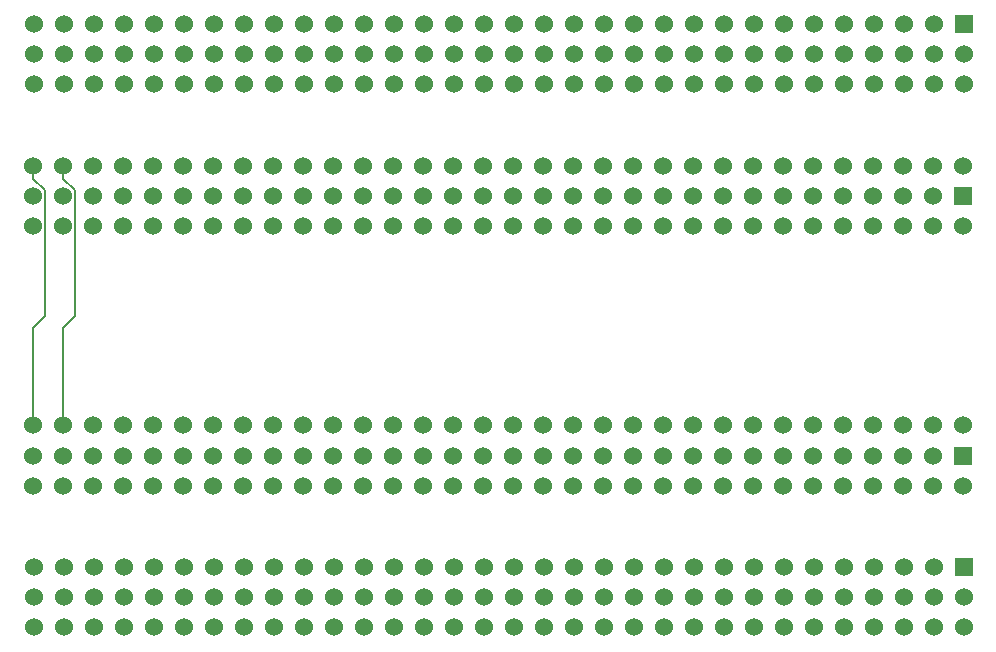
<source format=gtl>
*
*
G04 PADS 9.3.1 Build Number: 456998 generated Gerber (RS-274-X) file*
G04 PC Version=2.1*
*
%IN "Klytus_Routed.pcb"*%
*
%MOIN*%
*
%FSLAX35Y35*%
*
*
*
*
G04 PC Standard Apertures*
*
*
G04 Thermal Relief Aperture macro.*
%AMTER*
1,1,$1,0,0*
1,0,$1-$2,0,0*
21,0,$3,$4,0,0,45*
21,0,$3,$4,0,0,135*
%
*
*
G04 Annular Aperture macro.*
%AMANN*
1,1,$1,0,0*
1,0,$2,0,0*
%
*
*
G04 Odd Aperture macro.*
%AMODD*
1,1,$1,0,0*
1,0,$1-0.005,0,0*
%
*
*
G04 PC Custom Aperture Macros*
*
*
*
*
*
*
G04 PC Aperture Table*
*
%ADD010C,0.001*%
%ADD011R,0.06X0.06*%
%ADD012C,0.06*%
%ADD013C,0.008*%
*
*
*
*
G04 PC Circuitry*
G04 Layer Name Klytus_Routed.pcb - circuitry*
%LPD*%
*
*
G04 PC Custom Flashes*
G04 Layer Name Klytus_Routed.pcb - flashes*
%LPD*%
*
*
G04 PC Circuitry*
G04 Layer Name Klytus_Routed.pcb - circuitry*
%LPD*%
*
G54D10*
G54D11*
G01X409843Y149370D03*
Y62756D03*
X410236Y25512D03*
Y206614D03*
G54D12*
X399843Y149370D03*
X389843D03*
X379843D03*
X369843D03*
X359843D03*
X349843D03*
X339843D03*
X329843D03*
X319843D03*
X309843D03*
X299843D03*
X289843D03*
X279843D03*
X269843D03*
X259843D03*
X249843D03*
X239843D03*
X229843D03*
X219843D03*
X209843D03*
X199843D03*
X189843D03*
X179843D03*
X169843D03*
X159843D03*
X149843D03*
X139843D03*
X129843D03*
X119843D03*
X109843D03*
X99843D03*
Y139370D03*
X109843D03*
X119843D03*
X129843D03*
X139843D03*
X149843D03*
X159843D03*
X169843D03*
X179843D03*
X189843D03*
X199843D03*
X209843D03*
X219843D03*
X229843D03*
X239843D03*
X249843D03*
X259843D03*
X269843D03*
X279843D03*
X289843D03*
X299843D03*
X309843D03*
X319843D03*
X329843D03*
X339843D03*
X349843D03*
X359843D03*
X369843D03*
X379843D03*
X389843D03*
X399843D03*
X409843D03*
X100000Y159449D03*
X110000D03*
X120000D03*
X130000D03*
X140000D03*
X150000D03*
X160000D03*
X170000D03*
X180000D03*
X190000D03*
X200000D03*
X210000D03*
X220000D03*
X230000D03*
X240000D03*
X250000D03*
X260000D03*
X270000D03*
X280000D03*
X290000D03*
X300000D03*
X310000D03*
X320000D03*
X330000D03*
X340000D03*
X350000D03*
X360000D03*
X370000D03*
X380000D03*
X390000D03*
X400000D03*
X410000D03*
X399843Y62756D03*
X389843D03*
X379843D03*
X369843D03*
X359843D03*
X349843D03*
X339843D03*
X329843D03*
X319843D03*
X309843D03*
X299843D03*
X289843D03*
X279843D03*
X269843D03*
X259843D03*
X249843D03*
X239843D03*
X229843D03*
X219843D03*
X209843D03*
X199843D03*
X189843D03*
X179843D03*
X169843D03*
X159843D03*
X149843D03*
X139843D03*
X129843D03*
X119843D03*
X109843D03*
X99843D03*
Y52756D03*
X109843D03*
X119843D03*
X129843D03*
X139843D03*
X149843D03*
X159843D03*
X169843D03*
X179843D03*
X189843D03*
X199843D03*
X209843D03*
X219843D03*
X229843D03*
X239843D03*
X249843D03*
X259843D03*
X269843D03*
X279843D03*
X289843D03*
X299843D03*
X309843D03*
X319843D03*
X329843D03*
X339843D03*
X349843D03*
X359843D03*
X369843D03*
X379843D03*
X389843D03*
X399843D03*
X409843D03*
X100000Y72835D03*
X110000D03*
X120000D03*
X130000D03*
X140000D03*
X150000D03*
X160000D03*
X170000D03*
X180000D03*
X190000D03*
X200000D03*
X210000D03*
X220000D03*
X230000D03*
X240000D03*
X250000D03*
X260000D03*
X270000D03*
X280000D03*
X290000D03*
X300000D03*
X310000D03*
X320000D03*
X330000D03*
X340000D03*
X350000D03*
X360000D03*
X370000D03*
X380000D03*
X390000D03*
X400000D03*
X410000D03*
X400236Y25512D03*
X390236D03*
X380236D03*
X370236D03*
X360236D03*
X350236D03*
X340236D03*
X330236D03*
X320236D03*
X310236D03*
X300236D03*
X290236D03*
X280236D03*
X270236D03*
X260236D03*
X250236D03*
X240236D03*
X230236D03*
X220236D03*
X210236D03*
X200236D03*
X190236D03*
X180236D03*
X170236D03*
X160236D03*
X150236D03*
X140236D03*
X130236D03*
X120236D03*
X110236D03*
X100236D03*
Y15512D03*
X110236D03*
X120236D03*
X130236D03*
X140236D03*
X150236D03*
X160236D03*
X170236D03*
X180236D03*
X190236D03*
X200236D03*
X210236D03*
X220236D03*
X230236D03*
X240236D03*
X250236D03*
X260236D03*
X270236D03*
X280236D03*
X290236D03*
X300236D03*
X310236D03*
X320236D03*
X330236D03*
X340236D03*
X350236D03*
X360236D03*
X370236D03*
X380236D03*
X390236D03*
X400236D03*
X410236D03*
X100236Y5512D03*
X110236D03*
X120236D03*
X130236D03*
X140236D03*
X150236D03*
X160236D03*
X170236D03*
X180236D03*
X190236D03*
X200236D03*
X210236D03*
X220236D03*
X230236D03*
X240236D03*
X250236D03*
X260236D03*
X270236D03*
X280236D03*
X290236D03*
X300236D03*
X310236D03*
X320236D03*
X330236D03*
X340236D03*
X350236D03*
X360236D03*
X370236D03*
X380236D03*
X390236D03*
X400236D03*
X410236D03*
X400236Y206614D03*
X390236D03*
X380236D03*
X370236D03*
X360236D03*
X350236D03*
X340236D03*
X330236D03*
X320236D03*
X310236D03*
X300236D03*
X290236D03*
X280236D03*
X270236D03*
X260236D03*
X250236D03*
X240236D03*
X230236D03*
X220236D03*
X210236D03*
X200236D03*
X190236D03*
X180236D03*
X170236D03*
X160236D03*
X150236D03*
X140236D03*
X130236D03*
X120236D03*
X110236D03*
X100236D03*
Y196614D03*
X110236D03*
X120236D03*
X130236D03*
X140236D03*
X150236D03*
X160236D03*
X170236D03*
X180236D03*
X190236D03*
X200236D03*
X210236D03*
X220236D03*
X230236D03*
X240236D03*
X250236D03*
X260236D03*
X270236D03*
X280236D03*
X290236D03*
X300236D03*
X310236D03*
X320236D03*
X330236D03*
X340236D03*
X350236D03*
X360236D03*
X370236D03*
X380236D03*
X390236D03*
X400236D03*
X410236D03*
X100236Y186614D03*
X110236D03*
X120236D03*
X130236D03*
X140236D03*
X150236D03*
X160236D03*
X170236D03*
X180236D03*
X190236D03*
X200236D03*
X210236D03*
X220236D03*
X230236D03*
X240236D03*
X250236D03*
X260236D03*
X270236D03*
X280236D03*
X290236D03*
X300236D03*
X310236D03*
X320236D03*
X330236D03*
X340236D03*
X350236D03*
X360236D03*
X370236D03*
X380236D03*
X390236D03*
X400236D03*
X410236D03*
G54D13*
X100000Y72835D02*
Y105353D01*
X103843Y109195*
Y151317*
X110000Y72835D02*
Y105353D01*
X113843Y109195*
Y151317*
X100000Y159449D02*
Y155159D01*
X103843Y151317*
X110000Y159449D02*
Y155159D01*
X113843Y151317*
X0Y0D02*
M02*

</source>
